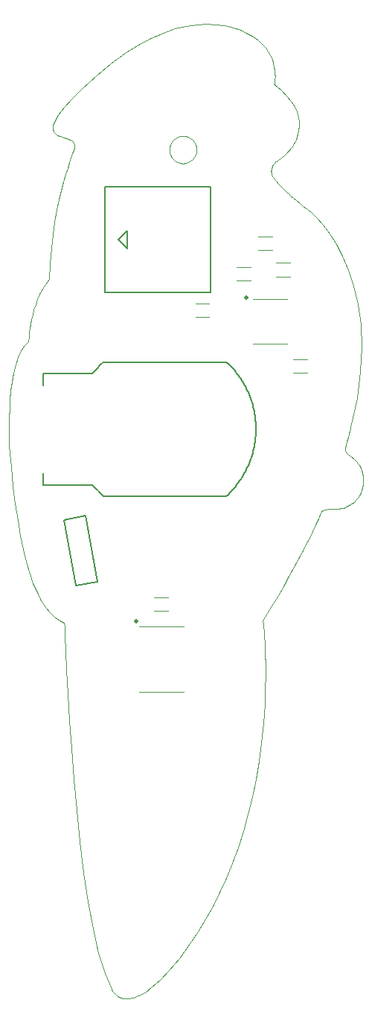
<source format=gto>
G04 EAGLE Gerber RS-274X export*
G75*
%MOMM*%
%FSLAX34Y34*%
%LPD*%
%INSilk top*%
%IPPOS*%
%AMOC8*
5,1,8,0,0,1.08239X$1,22.5*%
G01*
%ADD10C,0.001000*%
%ADD11C,0.120000*%
%ADD12C,0.500000*%
%ADD13C,0.200000*%


D10*
X420454Y640101D02*
X420149Y640371D01*
X419841Y640637D01*
X419531Y640899D01*
X419218Y641156D01*
X418902Y641410D01*
X418583Y641659D01*
X418262Y641904D01*
X417939Y642144D01*
X417613Y642380D01*
X417285Y642612D01*
X416954Y642840D01*
X416622Y643062D01*
X416287Y643281D01*
X415950Y643495D01*
X415610Y643704D01*
X415269Y643908D01*
X415202Y643951D01*
X415015Y644080D01*
X414728Y644294D01*
X414363Y644593D01*
X413940Y644977D01*
X413481Y645445D01*
X413007Y645997D01*
X412537Y646633D01*
X412094Y647353D01*
X411697Y648155D01*
X411369Y649040D01*
X411130Y650007D01*
X411000Y651056D01*
X411001Y652186D01*
X411154Y653398D01*
X411479Y654691D01*
X411839Y655922D01*
X412207Y657195D01*
X412582Y658504D01*
X412963Y659842D01*
X413347Y661202D01*
X413732Y662579D01*
X414118Y663966D01*
X414501Y665356D01*
X414880Y666742D01*
X415253Y668120D01*
X415619Y669481D01*
X415974Y670820D01*
X416319Y672130D01*
X416650Y673405D01*
X416965Y674639D01*
X417264Y675824D01*
X424276Y709087D01*
X428228Y739649D01*
X429481Y767585D01*
X428394Y792973D01*
X425327Y815889D01*
X420639Y836410D01*
X414691Y854613D01*
X407841Y870574D01*
X400450Y884370D01*
X392877Y896078D01*
X385483Y905774D01*
X378626Y913535D01*
X372667Y919438D01*
X367965Y923559D01*
X364880Y925976D01*
X363772Y926764D01*
X359084Y930697D01*
X355052Y934095D01*
X351611Y937015D01*
X348696Y939513D01*
X346242Y941646D01*
X344184Y943469D01*
X342457Y945039D01*
X340997Y946413D01*
X339739Y947645D01*
X338617Y948793D01*
X337567Y949913D01*
X336525Y951060D01*
X335424Y952292D01*
X334201Y953664D01*
X332790Y955232D01*
X331126Y957054D01*
X329361Y959217D01*
X328078Y961318D01*
X327226Y963346D01*
X326756Y965291D01*
X326615Y967141D01*
X326753Y968886D01*
X327120Y970516D01*
X327664Y972019D01*
X328335Y973385D01*
X329081Y974604D01*
X329852Y975665D01*
X330597Y976556D01*
X331264Y977268D01*
X331804Y977790D01*
X332166Y978111D01*
X332297Y978220D01*
X334816Y979993D01*
X337139Y981750D01*
X339271Y983476D01*
X341218Y985159D01*
X342982Y986784D01*
X344570Y988339D01*
X345985Y989810D01*
X347232Y991183D01*
X348315Y992445D01*
X349239Y993582D01*
X350009Y994582D01*
X350629Y995430D01*
X351103Y996113D01*
X351436Y996618D01*
X351632Y996930D01*
X351697Y997037D01*
X351969Y997427D01*
X352692Y998565D01*
X353722Y1000401D01*
X354917Y1002888D01*
X356134Y1005978D01*
X357230Y1009621D01*
X358062Y1013769D01*
X358487Y1018374D01*
X358364Y1023387D01*
X357548Y1028760D01*
X355898Y1034445D01*
X353271Y1040392D01*
X349523Y1046554D01*
X344512Y1052882D01*
X338096Y1059328D01*
X330131Y1065843D01*
X330240Y1066386D01*
X330453Y1067634D01*
X330702Y1069517D01*
X330919Y1071965D01*
X331036Y1074909D01*
X330984Y1078280D01*
X330695Y1082010D01*
X330100Y1086028D01*
X329133Y1090265D01*
X327723Y1094653D01*
X325804Y1099122D01*
X323306Y1103602D01*
X320162Y1108025D01*
X316304Y1112322D01*
X311662Y1116422D01*
X306170Y1120258D01*
X299242Y1124140D01*
X291551Y1127594D01*
X283110Y1130494D01*
X273933Y1132715D01*
X264031Y1134132D01*
X253417Y1134621D01*
X242105Y1134056D01*
X230106Y1132312D01*
X217434Y1129264D01*
X204101Y1124788D01*
X190120Y1118757D01*
X175503Y1111047D01*
X160264Y1101533D01*
X144414Y1090090D01*
X127968Y1076593D01*
X110936Y1060916D01*
X99472Y1049347D01*
X90763Y1039624D01*
X84533Y1031568D01*
X80502Y1024997D01*
X78394Y1019734D01*
X77932Y1015596D01*
X78836Y1012406D01*
X80830Y1009982D01*
X83637Y1008144D01*
X86977Y1006714D01*
X90575Y1005510D01*
X94151Y1004354D01*
X97429Y1003065D01*
X100131Y1001462D01*
X101979Y999368D01*
X102695Y996600D01*
X102449Y994277D01*
X101687Y991232D01*
X100478Y987415D01*
X98885Y982773D01*
X96977Y977255D01*
X94817Y970809D01*
X92473Y963384D01*
X90011Y954928D01*
X87496Y945390D01*
X84994Y934717D01*
X82571Y922859D01*
X80294Y909763D01*
X78228Y895377D01*
X76439Y879652D01*
X74993Y862534D01*
X73956Y843972D01*
X69948Y838718D01*
X66426Y833162D01*
X63358Y827392D01*
X60714Y821497D01*
X58462Y815565D01*
X56570Y809685D01*
X55008Y803945D01*
X53743Y798434D01*
X52745Y793239D01*
X51982Y788451D01*
X51422Y784156D01*
X51035Y780444D01*
X50788Y777402D01*
X50650Y775121D01*
X50591Y773687D01*
X50578Y773189D01*
X45858Y768816D01*
X41841Y762790D01*
X38471Y755376D01*
X35695Y746842D01*
X33457Y737456D01*
X31701Y727484D01*
X30374Y717194D01*
X29420Y706853D01*
X28784Y696728D01*
X28412Y687086D01*
X28247Y678195D01*
X28236Y670321D01*
X28323Y663731D01*
X28453Y658694D01*
X28571Y655476D01*
X28623Y654343D01*
X30608Y630813D01*
X32852Y608894D01*
X35355Y588555D01*
X38117Y569762D01*
X41137Y552484D01*
X44414Y536688D01*
X47950Y522341D01*
X51744Y509410D01*
X55795Y497865D01*
X60104Y487670D01*
X64669Y478796D01*
X69492Y471208D01*
X74571Y464874D01*
X79907Y459762D01*
X85499Y455840D01*
X91347Y453074D01*
X91470Y449289D01*
X91860Y438509D01*
X92554Y421596D01*
X93586Y399413D01*
X94992Y372824D01*
X96806Y342690D01*
X99064Y309875D01*
X101801Y275241D01*
X105051Y239651D01*
X108851Y203968D01*
X113235Y169055D01*
X118238Y135774D01*
X123896Y104988D01*
X130243Y77560D01*
X137315Y54352D01*
X145146Y36228D01*
X145387Y35733D01*
X146138Y34435D01*
X147443Y32613D01*
X149344Y30546D01*
X151885Y28516D01*
X155109Y26800D01*
X159059Y25679D01*
X163778Y25432D01*
X169308Y26339D01*
X175694Y28679D01*
X182978Y32732D01*
X191203Y38777D01*
X200412Y47095D01*
X210649Y57964D01*
X221957Y71665D01*
X234378Y88476D01*
X243290Y101778D01*
X251878Y115899D01*
X260109Y130811D01*
X267951Y146484D01*
X275370Y162889D01*
X282336Y179997D01*
X288815Y197778D01*
X294776Y216202D01*
X300186Y235242D01*
X305013Y254866D01*
X309225Y275046D01*
X312789Y295753D01*
X315674Y316957D01*
X317846Y338629D01*
X319275Y360740D01*
X319926Y383259D01*
X319981Y388757D01*
X320017Y394085D01*
X320032Y399253D01*
X320023Y404268D01*
X319988Y409140D01*
X319924Y413878D01*
X319829Y418489D01*
X319701Y422982D01*
X319537Y427367D01*
X319335Y431651D01*
X319093Y435843D01*
X318808Y439952D01*
X318479Y443986D01*
X318101Y447954D01*
X317674Y451865D01*
X317194Y455727D01*
X322364Y464064D01*
X327387Y472314D01*
X332265Y480475D01*
X337000Y488548D01*
X341594Y496534D01*
X346048Y504434D01*
X350364Y512246D01*
X354544Y519973D01*
X358589Y527613D01*
X362501Y535168D01*
X366283Y542638D01*
X369935Y550022D01*
X373459Y557323D01*
X376857Y564539D01*
X380130Y571671D01*
X383281Y578720D01*
X383305Y578764D01*
X383378Y578886D01*
X383505Y579076D01*
X383692Y579321D01*
X383943Y579611D01*
X384264Y579933D01*
X384658Y580276D01*
X385132Y580628D01*
X385689Y580978D01*
X386335Y581314D01*
X387074Y581624D01*
X387912Y581897D01*
X388853Y582122D01*
X389903Y582286D01*
X391065Y582377D01*
X392345Y582386D01*
X394069Y582350D01*
X395783Y582340D01*
X397487Y582363D01*
X399179Y582424D01*
X400858Y582531D01*
X402524Y582688D01*
X404174Y582903D01*
X405807Y583182D01*
X407422Y583531D01*
X409019Y583957D01*
X410594Y584465D01*
X412148Y585063D01*
X413679Y585756D01*
X415186Y586550D01*
X416667Y587453D01*
X418121Y588470D01*
X420756Y590649D01*
X423111Y593036D01*
X425185Y595609D01*
X426973Y598343D01*
X428473Y601215D01*
X429680Y604202D01*
X430591Y607280D01*
X431203Y610425D01*
X431513Y613614D01*
X431517Y616824D01*
X431211Y620031D01*
X430593Y623211D01*
X429658Y626342D01*
X428404Y629399D01*
X426826Y632359D01*
X424922Y635199D01*
X424667Y635537D01*
X424409Y635870D01*
X424148Y636199D01*
X423883Y636524D01*
X423614Y636845D01*
X423343Y637162D01*
X423068Y637475D01*
X422790Y637783D01*
X422509Y638088D01*
X422225Y638388D01*
X421937Y638684D01*
X421647Y638975D01*
X421353Y639263D01*
X421056Y639547D01*
X420757Y639826D01*
X420454Y640101D01*
X215561Y980361D02*
X213545Y982768D01*
X215561Y980361D02*
X217943Y978462D01*
X220605Y977087D01*
X223459Y976253D01*
X226420Y975977D01*
X229401Y976274D01*
X232316Y977162D01*
X235077Y978658D01*
X237483Y980673D01*
X239382Y983055D01*
X240757Y985716D01*
X241590Y988570D01*
X241866Y991531D01*
X241568Y994512D01*
X240680Y997426D01*
X239184Y1000186D01*
X237170Y1002592D01*
X234789Y1004490D01*
X232128Y1005865D01*
X229273Y1006700D01*
X226312Y1006977D01*
X223331Y1006680D01*
X220417Y1005792D01*
X217655Y1004297D01*
X215249Y1002282D01*
X213350Y999901D01*
X211976Y997239D01*
X211143Y994385D01*
X210866Y991423D01*
X211164Y988442D01*
X212051Y985528D01*
X213545Y982768D01*
D11*
X227680Y449060D02*
X176880Y449060D01*
X176880Y374130D02*
X227680Y374130D01*
D12*
X173499Y454890D03*
X298720Y823199D03*
D11*
X306000Y821299D02*
X345000Y821299D01*
X345000Y770901D02*
X306000Y770901D01*
D13*
X257800Y949000D02*
X137800Y949000D01*
X257800Y949000D02*
X257800Y829000D01*
X137800Y829000D01*
X137800Y949000D01*
X162800Y899000D02*
X152800Y889000D01*
X162800Y899000D02*
X162800Y879000D01*
X152800Y889000D01*
D11*
X240440Y801381D02*
X256440Y801381D01*
X256440Y816779D02*
X240440Y816779D01*
X312000Y892699D02*
X328000Y892699D01*
X328000Y877301D02*
X312000Y877301D01*
X352000Y752699D02*
X368000Y752699D01*
X368000Y737301D02*
X352000Y737301D01*
X303250Y857699D02*
X287250Y857699D01*
X287250Y842301D02*
X303250Y842301D01*
D13*
X129123Y499684D02*
X104109Y495273D01*
X129123Y499684D02*
X115891Y574727D01*
X90877Y570316D01*
X104109Y495273D01*
D11*
X193410Y466931D02*
X209410Y466931D01*
X209410Y482329D02*
X193410Y482329D01*
X332000Y862699D02*
X348000Y862699D01*
X348000Y847301D02*
X332000Y847301D01*
D13*
X66920Y737180D02*
X66920Y723680D01*
X66920Y623680D02*
X66920Y610180D01*
X136120Y597480D02*
X275820Y597480D01*
X275820Y749880D02*
X136120Y749880D01*
X275820Y749880D02*
X277657Y748155D01*
X279451Y746386D01*
X281201Y744573D01*
X282907Y742718D01*
X284567Y740822D01*
X286180Y738886D01*
X287746Y736912D01*
X289263Y734900D01*
X290731Y732851D01*
X292148Y730767D01*
X293514Y728650D01*
X294827Y726500D01*
X296089Y724318D01*
X297296Y722106D01*
X298449Y719866D01*
X299548Y717598D01*
X300590Y715304D01*
X301577Y712985D01*
X302507Y710643D01*
X303379Y708279D01*
X304193Y705894D01*
X304949Y703490D01*
X305647Y701069D01*
X306285Y698631D01*
X306863Y696178D01*
X307381Y693712D01*
X307840Y691234D01*
X308237Y688746D01*
X308574Y686249D01*
X308850Y683744D01*
X309065Y681233D01*
X309218Y678718D01*
X309310Y676200D01*
X309341Y673680D01*
X309310Y671160D01*
X309218Y668642D01*
X309065Y666127D01*
X308850Y663616D01*
X308574Y661111D01*
X308237Y658614D01*
X307840Y656126D01*
X307381Y653648D01*
X306863Y651182D01*
X306285Y648729D01*
X305647Y646291D01*
X304949Y643870D01*
X304193Y641466D01*
X303379Y639081D01*
X302507Y636717D01*
X301577Y634375D01*
X300590Y632056D01*
X299548Y629762D01*
X298449Y627494D01*
X297296Y625254D01*
X296089Y623042D01*
X294827Y620860D01*
X293514Y618710D01*
X292148Y616593D01*
X290731Y614509D01*
X289263Y612460D01*
X287746Y610448D01*
X286180Y608474D01*
X284567Y606538D01*
X282907Y604642D01*
X281201Y602787D01*
X279451Y600974D01*
X277657Y599205D01*
X275820Y597480D01*
X136120Y597480D02*
X134415Y598944D01*
X132742Y600446D01*
X131101Y601983D01*
X129495Y603555D01*
X127923Y605161D01*
X126386Y606802D01*
X124884Y608475D01*
X123420Y610180D01*
X123420Y737180D02*
X124884Y738885D01*
X126386Y740558D01*
X127923Y742199D01*
X129495Y743805D01*
X131101Y745377D01*
X132742Y746914D01*
X134415Y748416D01*
X136120Y749880D01*
X123420Y610180D02*
X66920Y610180D01*
X66920Y737180D02*
X123420Y737180D01*
M02*

</source>
